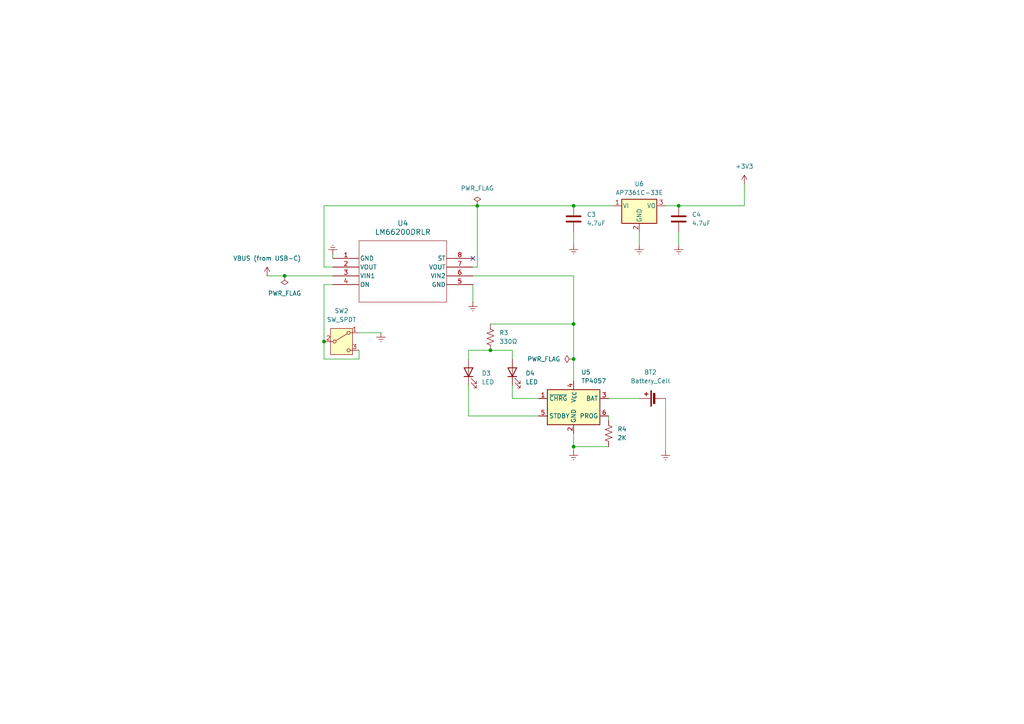
<source format=kicad_sch>
(kicad_sch (version 20231120) (generator "eeschema") (generator_version "8.0")
  (paper "A4")
  (lib_symbols
    (symbol "2024-08-13_05-01-08:LM66200DRLR" (pin_names (offset 0.254))
      (property "Reference" "U" (at 20.32 10.16 0))
      (property "Value" "LM66200DRLR" (at 20.32 7.62 0))
      (symbol "LM66200DRLR_0_1"
        (polyline (pts (xy 7.62 -12.7) (xy 33.02 -12.7)) (stroke (width 0.127)))
        (polyline (pts (xy 7.62 5.08) (xy 7.62 -12.7)) (stroke (width 0.127)))
        (polyline (pts (xy 33.02 -12.7) (xy 33.02 5.08)) (stroke (width 0.127)))
        (polyline (pts (xy 33.02 5.08) (xy 7.62 5.08)) (stroke (width 0.127)))
        (pin power_out line (at 0 0 0) (length 7.62) (name "GND") (number "1"))
        (pin power_in line (at 0 -2.54 0) (length 7.62) (name "VOUT") (number "2"))
        (pin input line (at 0 -5.08 0) (length 7.62) (name "VIN1") (number "3"))
        (pin input line (at 0 -7.62 0) (length 7.62) (name "ON") (number "4"))
        (pin power_out line (at 40.64 -7.62 180) (length 7.62) (name "GND") (number "5"))
        (pin input line (at 40.64 -5.08 180) (length 7.62) (name "VIN2") (number "6"))
        (pin output line (at 40.64 -2.54 180) (length 7.62) (name "VOUT") (number "7"))
        (pin output line (at 40.64 0 180) (length 7.62) (name "ST") (number "8"))
      )
    )
    (symbol "Battery_Management:TP4057"
      (property "Reference" "U" (at -6.35 6.604 0))
      (property "Value" "TP4057" (at 1.524 6.604 0))
      (symbol "TP4057_0_1"
        (rectangle (start -7.62 5.08) (end 7.62 -5.08) (stroke (width 0.254)) (fill (type background)))
      )
      (symbol "TP4057_1_1"
        (pin open_collector line (at -10.16 2.54 0) (length 2.54) (name "~{CHRG}") (number "1"))
        (pin power_in line (at 0 -7.62 90) (length 2.54) (name "GND") (number "2"))
        (pin power_out line (at 10.16 2.54 180) (length 2.54) (name "BAT") (number "3"))
        (pin power_in line (at 0 7.62 270) (length 2.54) (name "V_{CC}") (number "4"))
        (pin open_collector line (at -10.16 -2.54 0) (length 2.54) (name "STDBY") (number "5"))
        (pin passive line (at 10.16 -2.54 180) (length 2.54) (name "PROG") (number "6"))
      )
    )
    (symbol "Device:Battery_Cell" (pin_numbers hide) (pin_names (offset 0) hide)
      (property "Reference" "BT" (at 2.54 2.54 0))
      (property "Value" "Battery_Cell" (at 2.54 0 0))
      (symbol "Battery_Cell_0_1"
        (rectangle (start -2.286 1.778) (end 2.286 1.524) (fill (type outline)))
        (rectangle (start -1.524 1.016) (end 1.524 0.508) (fill (type outline)))
        (polyline (pts (xy 0 0.762) (xy 0 0)))
        (polyline (pts (xy 0 1.778) (xy 0 2.54)))
        (polyline (pts (xy 0.762 3.048) (xy 1.778 3.048)) (stroke (width 0.254)))
        (polyline (pts (xy 1.27 3.556) (xy 1.27 2.54)) (stroke (width 0.254)))
      )
      (symbol "Battery_Cell_1_1"
        (pin passive line (at 0 5.08 270) (length 2.54) (name "+") (number "1"))
        (pin passive line (at 0 -2.54 90) (length 2.54) (name "-") (number "2"))
      )
    )
    (symbol "Device:C" (pin_numbers hide) (pin_names (offset 0.254))
      (property "Reference" "C" (at 0.635 2.54 0))
      (property "Value" "C" (at 0.635 -2.54 0))
      (symbol "C_0_1"
        (polyline (pts (xy -2.032 -0.762) (xy 2.032 -0.762)) (stroke (width 0.508)))
        (polyline (pts (xy -2.032 0.762) (xy 2.032 0.762)) (stroke (width 0.508)))
      )
      (symbol "C_1_1"
        (pin passive line (at 0 3.81 270) (length 2.794) (name "~") (number "1"))
        (pin passive line (at 0 -3.81 90) (length 2.794) (name "~") (number "2"))
      )
    )
    (symbol "Device:LED" (pin_numbers hide) (pin_names (offset 1.016) hide)
      (property "Reference" "D" (at 0 2.54 0))
      (property "Value" "LED" (at 0 -2.54 0))
      (symbol "LED_0_1"
        (polyline (pts (xy -1.27 -1.27) (xy -1.27 1.27)) (stroke (width 0.254)))
        (polyline (pts (xy -1.27 0) (xy 1.27 0)))
        (polyline (pts (xy 1.27 -1.27) (xy 1.27 1.27) (xy -1.27 0) (xy 1.27 -1.27)) (stroke (width 0.254)))
        (polyline (pts (xy -3.048 -0.762) (xy -4.572 -2.286) (xy -3.81 -2.286) (xy -4.572 -2.286) (xy -4.572 -1.524)))
        (polyline (pts (xy -1.778 -0.762) (xy -3.302 -2.286) (xy -2.54 -2.286) (xy -3.302 -2.286) (xy -3.302 -1.524)))
      )
      (symbol "LED_1_1"
        (pin passive line (at -3.81 0 0) (length 2.54) (name "K") (number "1"))
        (pin passive line (at 3.81 0 180) (length 2.54) (name "A") (number "2"))
      )
    )
    (symbol "Device:R_US" (pin_numbers hide) (pin_names (offset 0))
      (property "Reference" "R" (at 2.54 0 90))
      (property "Value" "R_US" (at -2.54 0 90))
      (symbol "R_US_0_1"
        (polyline (pts (xy 0 -2.286) (xy 0 -2.54)))
        (polyline (pts (xy 0 2.286) (xy 0 2.54)))
        (polyline (pts (xy 0 -0.762) (xy 1.016 -1.143) (xy 0 -1.524) (xy -1.016 -1.905) (xy 0 -2.286)))
        (polyline (pts (xy 0 0.762) (xy 1.016 0.381) (xy 0 0) (xy -1.016 -0.381) (xy 0 -0.762)))
        (polyline (pts (xy 0 2.286) (xy 1.016 1.905) (xy 0 1.524) (xy -1.016 1.143) (xy 0 0.762)))
      )
      (symbol "R_US_1_1"
        (pin passive line (at 0 3.81 270) (length 1.27) (name "~") (number "1"))
        (pin passive line (at 0 -3.81 90) (length 1.27) (name "~") (number "2"))
      )
    )
    (symbol "Regulator_Linear:AP7361C-33E" (pin_names (offset 0.254))
      (property "Reference" "U" (at -3.81 3.175 0))
      (property "Value" "AP7361C-33E" (at 0 3.175 0))
      (symbol "AP7361C-33E_0_1"
        (rectangle (start -5.08 -5.08) (end 5.08 1.905) (stroke (width 0.254)) (fill (type background)))
      )
      (symbol "AP7361C-33E_1_1"
        (pin power_in line (at -7.62 0 0) (length 2.54) (name "VI") (number "1"))
        (pin power_in line (at 0 -7.62 90) (length 2.54) (name "GND") (number "2"))
        (pin power_out line (at 7.62 0 180) (length 2.54) (name "VO") (number "3"))
      )
    )
    (symbol "Switch:SW_SPDT" (pin_names (offset 0) hide)
      (property "Reference" "SW" (at 0 5.08 0))
      (property "Value" "SW_SPDT" (at 0 -5.08 0))
      (symbol "SW_SPDT_0_1"
        (circle (center -2.032 0) (radius 0.4572))
        (polyline (pts (xy -1.651 0.254) (xy 1.651 2.286)))
        (circle (center 2.032 -2.54) (radius 0.4572))
        (circle (center 2.032 2.54) (radius 0.4572))
      )
      (symbol "SW_SPDT_1_1"
        (rectangle (start -3.175 3.81) (end 3.175 -3.81) (fill (type background)))
        (pin passive line (at 5.08 2.54 180) (length 2.54) (name "A") (number "1"))
        (pin passive line (at -5.08 0 0) (length 2.54) (name "B") (number "2"))
        (pin passive line (at 5.08 -2.54 180) (length 2.54) (name "C") (number "3"))
      )
    )
    (symbol "power:+3V3" (power) (pin_numbers hide) (pin_names (offset 0) hide)
      (property "Value" "+3V3" (at 0 3.556 0))
      (symbol "+3V3_0_1"
        (polyline (pts (xy -0.762 1.27) (xy 0 2.54)))
        (polyline (pts (xy 0 0) (xy 0 2.54)))
        (polyline (pts (xy 0 2.54) (xy 0.762 1.27)))
      )
      (symbol "+3V3_1_1"
        (pin power_in line (at 0 0 90) (length 0) (name "~") (number "1"))
      )
    )
    (symbol "power:Earth" (power) (pin_numbers hide) (pin_names (offset 0) hide)
      (property "Value" "Earth" (at 0 -3.81 0))
      (symbol "Earth_0_1"
        (polyline (pts (xy -0.635 -1.905) (xy 0.635 -1.905)))
        (polyline (pts (xy -0.127 -2.54) (xy 0.127 -2.54)))
        (polyline (pts (xy 0 -1.27) (xy 0 0)))
        (polyline (pts (xy 1.27 -1.27) (xy -1.27 -1.27)))
      )
      (symbol "Earth_1_1"
        (pin power_in line (at 0 0 270) (length 0) (name "~") (number "1"))
      )
    )
    (symbol "power:PWR_FLAG" (power) (pin_numbers hide) (pin_names (offset 0) hide)
      (property "Value" "PWR_FLAG" (at 0 3.81 0))
      (symbol "PWR_FLAG_0_0"
        (pin power_out line (at 0 0 90) (length 0) (name "~") (number "1"))
      )
      (symbol "PWR_FLAG_0_1"
        (polyline (pts (xy 0 0) (xy 0 1.27) (xy -1.016 1.905) (xy 0 2.54) (xy 1.016 1.905) (xy 0 1.27)))
      )
    )
    (symbol "power:VBUS" (power) (pin_numbers hide) (pin_names (offset 0) hide)
      (property "Value" "VBUS" (at 0 3.556 0))
      (symbol "VBUS_0_1"
        (polyline (pts (xy -0.762 1.27) (xy 0 2.54)))
        (polyline (pts (xy 0 0) (xy 0 2.54)))
        (polyline (pts (xy 0 2.54) (xy 0.762 1.27)))
      )
      (symbol "VBUS_1_1"
        (pin power_in line (at 0 0 90) (length 0) (name "~") (number "1"))
      )
    )
  )
  (junction (at 138.43 59.69))
  (junction (at 166.37 59.69))
  (junction (at 93.98 99.06))
  (junction (at 166.37 93.98))
  (junction (at 196.85 59.69))
  (junction (at 166.37 129.54))
  (junction (at 142.24 101.6))
  (junction (at 166.37 104.14))
  (junction (at 82.55 80.01))
  (no_connect (at 137.16 74.93))
  (wire (pts (xy 137.16 77.47) (xy 138.43 77.47)))
  (wire (pts (xy 148.59 115.57) (xy 148.59 111.76)))
  (wire (pts (xy 148.59 101.6) (xy 142.24 101.6)))
  (wire (pts (xy 166.37 130.81) (xy 166.37 129.54)))
  (wire (pts (xy 138.43 77.47) (xy 138.43 59.69)))
  (wire (pts (xy 93.98 104.14) (xy 93.98 99.06)))
  (wire (pts (xy 93.98 59.69) (xy 138.43 59.69)))
  (wire (pts (xy 166.37 110.49) (xy 166.37 104.14)))
  (wire (pts (xy 166.37 129.54) (xy 176.53 129.54)))
  (wire (pts (xy 166.37 59.69) (xy 177.8 59.69)))
  (wire (pts (xy 185.42 67.31) (xy 185.42 71.12)))
  (wire (pts (xy 215.9 59.69) (xy 196.85 59.69)))
  (wire (pts (xy 196.85 71.12) (xy 196.85 67.31)))
  (wire (pts (xy 138.43 59.69) (xy 166.37 59.69)))
  (wire (pts (xy 193.04 59.69) (xy 196.85 59.69)))
  (wire (pts (xy 77.47 80.01) (xy 82.55 80.01)))
  (wire (pts (xy 104.14 104.14) (xy 93.98 104.14)))
  (wire (pts (xy 93.98 77.47) (xy 93.98 59.69)))
  (wire (pts (xy 96.52 73.66) (xy 96.52 74.93)))
  (wire (pts (xy 82.55 80.01) (xy 96.52 80.01)))
  (wire (pts (xy 193.04 115.57) (xy 193.04 130.81)))
  (wire (pts (xy 176.53 121.92) (xy 176.53 120.65)))
  (wire (pts (xy 166.37 129.54) (xy 166.37 125.73)))
  (wire (pts (xy 104.14 101.6) (xy 104.14 104.14)))
  (wire (pts (xy 135.89 104.14) (xy 135.89 101.6)))
  (wire (pts (xy 96.52 77.47) (xy 93.98 77.47)))
  (wire (pts (xy 166.37 80.01) (xy 166.37 93.98)))
  (wire (pts (xy 93.98 99.06) (xy 93.98 82.55)))
  (wire (pts (xy 137.16 87.63) (xy 137.16 82.55)))
  (wire (pts (xy 156.21 120.65) (xy 135.89 120.65)))
  (wire (pts (xy 93.98 82.55) (xy 96.52 82.55)))
  (wire (pts (xy 137.16 80.01) (xy 166.37 80.01)))
  (wire (pts (xy 148.59 104.14) (xy 148.59 101.6)))
  (wire (pts (xy 166.37 93.98) (xy 166.37 104.14)))
  (wire (pts (xy 176.53 115.57) (xy 185.42 115.57)))
  (wire (pts (xy 156.21 115.57) (xy 148.59 115.57)))
  (wire (pts (xy 215.9 53.34) (xy 215.9 59.69)))
  (wire (pts (xy 135.89 120.65) (xy 135.89 111.76)))
  (wire (pts (xy 166.37 71.12) (xy 166.37 67.31)))
  (wire (pts (xy 104.14 96.52) (xy 110.49 96.52)))
  (wire (pts (xy 142.24 93.98) (xy 166.37 93.98)))
  (wire (pts (xy 135.89 101.6) (xy 142.24 101.6)))
  (symbol (lib_id "Device:C") (at 166.37 63.5 180) (unit 1)
    (property "Reference" "C3" (at 170.18 62.2299 0) (effects (justify right)))
    (property "Value" "4.7uF" (at 170.18 64.7699 0) (effects (justify right)))
    (property "Description" "Unpolarized capacitor" (effects (hide yes)))
  )
  (symbol (lib_id "power:Earth") (at 196.85 71.12 0) (unit 1)
    (property "Reference" "#PWR019" (effects (hide yes)))
    (property "Value" "Earth" (effects (hide yes)))
    (property "Description" "Power symbol creates a global label with name \"Earth\"" (effects (hide yes)))
  )
  (symbol (lib_id "power:Earth") (at 185.42 71.12 0) (unit 1)
    (property "Reference" "#PWR017" (effects (hide yes)))
    (property "Value" "Earth" (effects (hide yes)))
    (property "Description" "Power symbol creates a global label with name \"Earth\"" (effects (hide yes)))
  )
  (symbol (lib_id "Device:C") (at 196.85 63.5 0) (unit 1)
    (property "Reference" "C4" (at 200.66 62.2299 0) (effects (justify left)))
    (property "Value" "4.7uF" (at 200.66 64.7699 0) (effects (justify left)))
    (property "Description" "Unpolarized capacitor" (effects (hide yes)))
  )
  (symbol (lib_id "2024-08-13_05-01-08:LM66200DRLR") (at 96.52 74.93 0) (unit 1)
    (property "Reference" "U4" (at 116.84 64.77 0) (effects (font (size 1.524 1.524))))
    (property "Value" "LM66200DRLR" (at 116.84 67.31 0) (effects (font (size 1.524 1.524))))
    (property "Footprint" "SOT-5X3_DRL_TEX" (effects (hide yes)))
    (property "Datasheet" "LM66200DRLR" (effects (hide yes)))
  )
  (symbol (lib_id "Switch:SW_SPDT") (at 99.06 99.06 0) (unit 1)
    (property "Reference" "SW2" (at 99.06 90.17 0))
    (property "Value" "SW_SPDT" (at 99.06 92.71 0))
    (property "Description" "Switch, single pole double throw" (effects (hide yes)))
  )
  (symbol (lib_id "Regulator_Linear:AP7361C-33E") (at 185.42 59.69 0) (unit 1)
    (property "Reference" "U6" (at 185.42 53.34 0))
    (property "Value" "AP7361C-33E" (at 185.42 55.88 0))
    (property "Footprint" "Package_TO_SOT_SMD:SOT-223-3_TabPin2" (effects (hide yes)))
    (property "Datasheet" "https://www.diodes.com/assets/Datasheets/AP7361C.pdf" (effects (hide yes)))
    (property "Description" "1A Low Dropout regulator, positive, 3.3V fixed output, SOT-223" (effects (hide yes)))
  )
  (symbol (lib_id "power:PWR_FLAG") (at 82.55 80.01 180) (unit 1)
    (property "Reference" "#FLG04" (effects (hide yes)))
    (property "Value" "PWR_FLAG" (at 82.55 85.09 0))
    (property "Description" "Special symbol for telling ERC where power comes from" (effects (hide yes)))
  )
  (symbol (lib_id "power:Earth") (at 193.04 130.81 0) (unit 1)
    (property "Reference" "#PWR018" (effects (hide yes)))
    (property "Value" "Earth" (effects (hide yes)))
    (property "Description" "Power symbol creates a global label with name \"Earth\"" (effects (hide yes)))
  )
  (symbol (lib_id "power:Earth") (at 166.37 71.12 0) (unit 1)
    (property "Reference" "#PWR015" (effects (hide yes)))
    (property "Value" "Earth" (effects (hide yes)))
    (property "Description" "Power symbol creates a global label with name \"Earth\"" (effects (hide yes)))
  )
  (symbol (lib_id "power:Earth") (at 110.49 96.52 0) (unit 1)
    (property "Reference" "#PWR012" (effects (hide yes)))
    (property "Value" "Earth" (effects (hide yes)))
    (property "Description" "Power symbol creates a global label with name \"Earth\"" (effects (hide yes)))
  )
  (symbol (lib_id "Device:R_US") (at 176.53 125.73 0) (unit 1)
    (property "Reference" "R4" (at 179.07 124.4599 0) (effects (justify left)))
    (property "Value" "2K" (at 179.07 126.9999 0) (effects (justify left)))
    (property "Description" "Resistor, US symbol" (effects (hide yes)))
  )
  (symbol (lib_id "power:Earth") (at 166.37 130.81 0) (unit 1)
    (property "Reference" "#PWR016" (effects (hide yes)))
    (property "Value" "Earth" (effects (hide yes)))
    (property "Description" "Power symbol creates a global label with name \"Earth\"" (effects (hide yes)))
  )
  (symbol (lib_id "Device:Battery_Cell") (at 190.5 115.57 90) (unit 1)
    (property "Reference" "BT2" (at 188.6585 107.95 90))
    (property "Value" "Battery_Cell" (at 188.6585 110.49 90))
    (property "Description" "Single-cell battery" (effects (hide yes)))
  )
  (symbol (lib_id "Device:LED") (at 135.89 107.95 90) (unit 1)
    (property "Reference" "D3" (at 139.7 108.2674 90) (effects (justify right)))
    (property "Value" "LED" (at 139.7 110.8074 90) (effects (justify right)))
    (property "Description" "Light emitting diode" (effects (hide yes)))
  )
  (symbol (lib_id "power:PWR_FLAG") (at 166.37 104.14 90) (unit 1)
    (property "Reference" "#FLG06" (effects (hide yes)))
    (property "Value" "PWR_FLAG" (at 162.56 104.1399 90) (effects (justify left)))
    (property "Description" "Special symbol for telling ERC where power comes from" (effects (hide yes)))
  )
  (symbol (lib_id "power:PWR_FLAG") (at 138.43 59.69 0) (unit 1)
    (property "Reference" "#FLG05" (effects (hide yes)))
    (property "Value" "PWR_FLAG" (at 138.43 54.61 0))
    (property "Description" "Special symbol for telling ERC where power comes from" (effects (hide yes)))
  )
  (symbol (lib_id "power:VBUS") (at 77.47 80.01 0) (unit 1)
    (property "Reference" "#PWR03" (effects (hide yes)))
    (property "Value" "VBUS (from USB-C)" (at 77.47 74.93 0))
    (property "Description" "Power symbol creates a global label with name \"VBUS\"" (effects (hide yes)))
  )
  (symbol (lib_id "power:Earth") (at 137.16 87.63 0) (unit 1)
    (property "Reference" "#PWR013" (effects (hide yes)))
    (property "Value" "Earth" (effects (hide yes)))
    (property "Description" "Power symbol creates a global label with name \"Earth\"" (effects (hide yes)))
  )
  (symbol (lib_id "Device:LED") (at 148.59 107.95 90) (unit 1)
    (property "Reference" "D4" (at 152.4 108.2674 90) (effects (justify right)))
    (property "Value" "LED" (at 152.4 110.8074 90) (effects (justify right)))
    (property "Description" "Light emitting diode" (effects (hide yes)))
  )
  (symbol (lib_id "Device:R_US") (at 142.24 97.79 0) (unit 1)
    (property "Reference" "R3" (at 144.78 96.5199 0) (effects (justify left)))
    (property "Value" "330Ω" (at 144.78 99.0599 0) (effects (justify left)))
    (property "Description" "Resistor, US symbol" (effects (hide yes)))
  )
  (symbol (lib_id "Battery_Management:TP4057") (at 166.37 118.11 0) (unit 1)
    (property "Reference" "U5" (at 168.5641 107.95 0) (effects (justify left)))
    (property "Value" "TP4057" (at 168.5641 110.49 0) (effects (justify left)))
    (property "Footprint" "Package_TO_SOT_SMD:TSOT-23-5" (effects (hide yes)))
    (property "Datasheet" "http://toppwr.com/uploadfile/file/20230304/640302a47b738.pdf" (effects (hide yes)))
    (property "Description" "Constant-current/constant-voltage linear charger for single cell lithium-ion batteries with 2.9V Trickle Charge, 4.5V to 6.5V VDD, -40 to +85 degree Celsius, TSOT-23-5" (effects (hide yes)))
  )
  (symbol (lib_id "power:+3V3") (at 215.9 53.34 0) (unit 1)
    (property "Reference" "#PWR020" (effects (hide yes)))
    (property "Value" "+3V3" (at 215.9 48.26 0))
    (property "Description" "Power symbol creates a global label with name \"+3V3\"" (effects (hide yes)))
  )
  (symbol (lib_id "power:Earth") (at 96.52 73.66 180) (unit 1)
    (property "Reference" "#PWR011" (effects (hide yes)))
    (property "Value" "Earth" (effects (hide yes)))
    (property "Description" "Power symbol creates a global label with name \"Earth\"" (effects (hide yes)))
  )
)
</source>
